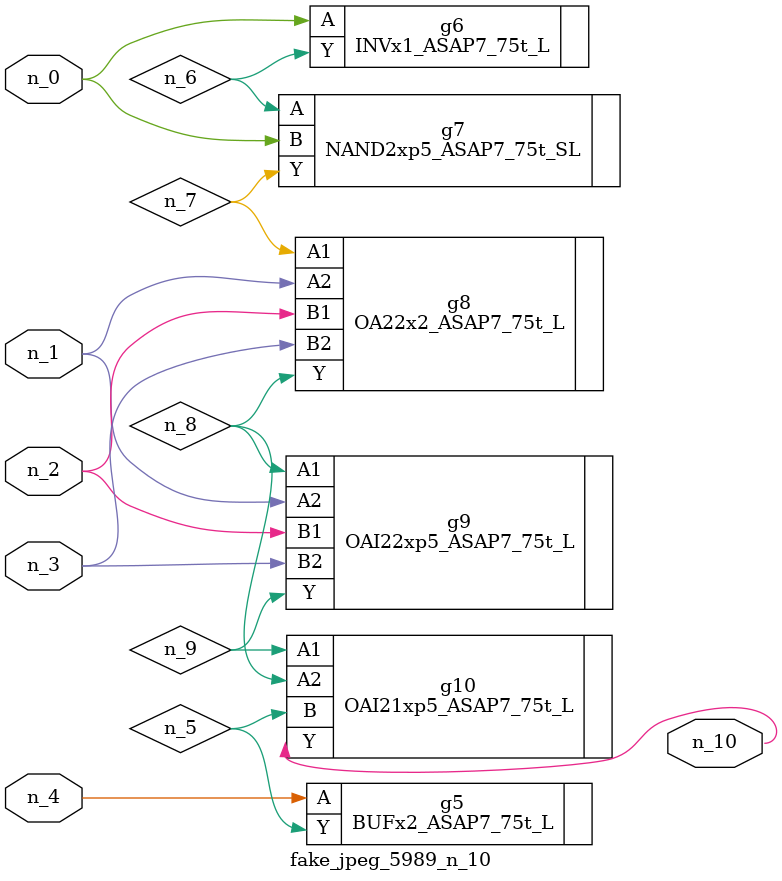
<source format=v>
module fake_jpeg_5989_n_10 (n_3, n_2, n_1, n_0, n_4, n_10);

input n_3;
input n_2;
input n_1;
input n_0;
input n_4;

output n_10;

wire n_8;
wire n_9;
wire n_6;
wire n_5;
wire n_7;

BUFx2_ASAP7_75t_L g5 ( 
.A(n_4),
.Y(n_5)
);

INVx1_ASAP7_75t_L g6 ( 
.A(n_0),
.Y(n_6)
);

NAND2xp5_ASAP7_75t_SL g7 ( 
.A(n_6),
.B(n_0),
.Y(n_7)
);

OA22x2_ASAP7_75t_L g8 ( 
.A1(n_7),
.A2(n_1),
.B1(n_2),
.B2(n_3),
.Y(n_8)
);

OAI22xp5_ASAP7_75t_L g9 ( 
.A1(n_8),
.A2(n_1),
.B1(n_2),
.B2(n_3),
.Y(n_9)
);

OAI21xp5_ASAP7_75t_L g10 ( 
.A1(n_9),
.A2(n_8),
.B(n_5),
.Y(n_10)
);


endmodule
</source>
